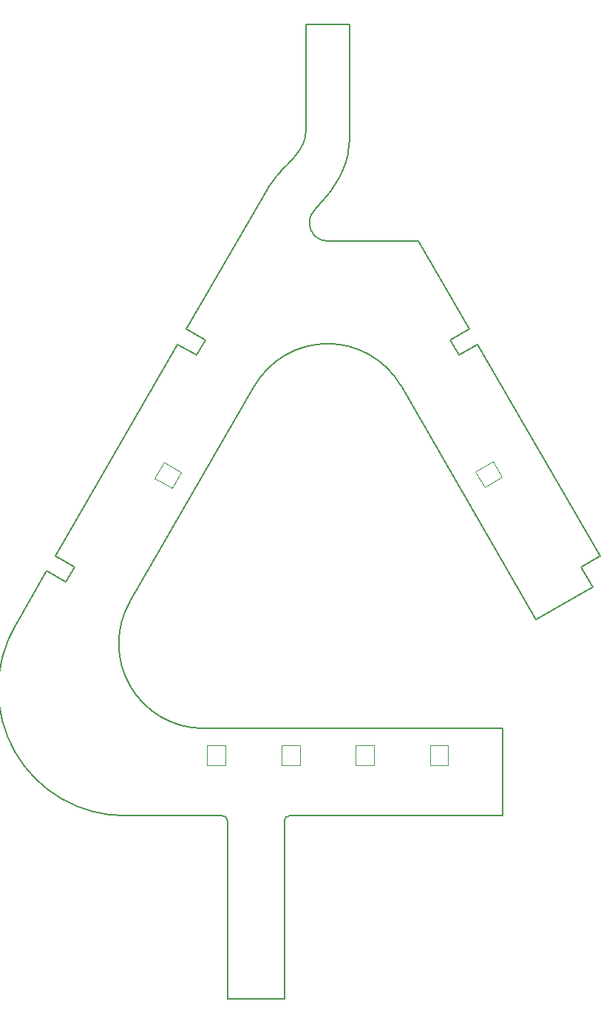
<source format=gko>
G04*
G04 #@! TF.GenerationSoftware,Altium Limited,Altium Designer,19.0.12 (326)*
G04*
G04 Layer_Color=16711935*
%FSLAX44Y44*%
%MOMM*%
G71*
G01*
G75*
%ADD13C,0.1270*%
%ADD14C,0.0500*%
%ADD15C,0.0500*%
D13*
X-243169Y427506D02*
G03*
X-117601Y210003I125572J-72503D01*
G01*
X198813Y702019D02*
G03*
X30804Y702023I-84006J-48498D01*
G01*
X-111533Y455503D02*
G03*
X-27532Y310000I84003J-48502D01*
G01*
X100117Y903997D02*
G03*
X114813Y867997I14697J-15000D01*
G01*
X88952Y986455D02*
G03*
X89816Y993997I-32548J7551D01*
G01*
X100117Y903997D02*
G03*
X118069Y924838I-112752J115276D01*
G01*
X127940Y940646D02*
G03*
X131966Y948976I-104630J55697D01*
G01*
X55905Y941923D02*
G03*
X46385Y928999I62227J-55807D01*
G01*
X86550Y979398D02*
G03*
X88952Y986455I-34722J15755D01*
G01*
X67301Y954122D02*
G03*
X72986Y960189I-226733J218176D01*
G01*
X71033Y210000D02*
G03*
X65000Y203904I31J-6065D01*
G01*
X137728Y966245D02*
G03*
X139816Y983996I-76944J18047D01*
G01*
X131966Y948976D02*
G03*
X135260Y957526I-96690J42161D01*
G01*
X118069Y924838D02*
G03*
X127940Y940646I-111894J80857D01*
G01*
X78280Y966360D02*
G03*
X82897Y972731I-59537J48000D01*
G01*
X135260Y957526D02*
G03*
X137728Y966245I-88650J29809D01*
G01*
X82897Y972731D02*
G03*
X86550Y979398I-42719J27740D01*
G01*
X72986Y960189D02*
G03*
X78280Y966360I-96757J88364D01*
G01*
X61512Y948065D02*
G03*
X55905Y941922I151760J-144153D01*
G01*
X0Y203812D02*
G03*
X-5942Y210000I-6065J123D01*
G01*
X-197046Y507389D02*
X-57044Y749865D01*
X114813Y867997D02*
X218461Y867994D01*
X-27532Y310000D02*
X314799Y309992D01*
X71033Y210000D02*
X314799D01*
X198813Y702019D02*
X353156Y434674D01*
X286664Y749856D02*
X426654Y507374D01*
X-111533Y455503D02*
X30804Y702023D01*
X218461Y867994D02*
X276665Y767177D01*
X353156Y434674D02*
X418158Y472087D01*
X-47044Y767185D02*
X46385Y928999D01*
X-185396Y477568D02*
X-175396Y494889D01*
X-197046Y507389D02*
X-175396Y494889D01*
X-207046Y490069D02*
X-185396Y477568D01*
X89818Y1115996D02*
X139816D01*
X-117601Y210003D02*
X-5942Y210000D01*
X0Y0D02*
X65000D01*
X-243169Y427506D02*
X-207046Y490069D01*
X405003Y494874D02*
X418158Y472087D01*
X405003Y494874D02*
X426654Y507374D01*
X255014Y754678D02*
X276665Y767177D01*
X265013Y737357D02*
X286664Y749856D01*
X-47044Y767185D02*
X-25393Y754685D01*
X-35394Y737365D02*
X-25393Y754685D01*
X-57044Y749865D02*
X-35394Y737365D01*
X65000Y0D02*
Y203904D01*
X0Y0D02*
Y203812D01*
X314799Y210000D02*
Y309992D01*
X139816Y1003996D02*
Y1115996D01*
X89816Y1003997D02*
Y1115997D01*
X255014Y754678D02*
X265013Y737357D01*
X139816Y983996D02*
X139816Y1003996D01*
X61512Y948065D02*
X67301Y954122D01*
X89816Y993997D02*
X89816Y1003997D01*
X71033Y210000D02*
G03*
X65000Y203904I31J-6065D01*
G01*
X0Y203812D02*
G03*
X-5942Y210000I-6065J123D01*
G01*
X-111533Y455503D02*
G03*
X-27532Y310000I84003J-48502D01*
G01*
X198813Y702019D02*
G03*
X30804Y702023I-84006J-48498D01*
G01*
X100117Y903997D02*
G03*
X114813Y867997I14697J-15000D01*
G01*
X100117Y903997D02*
G03*
X118069Y924838I-112752J115276D01*
G01*
X86550Y979398D02*
G03*
X88952Y986455I-34722J15755D01*
G01*
X55905Y941923D02*
G03*
X46385Y928999I62227J-55807D01*
G01*
X127940Y940646D02*
G03*
X131966Y948976I-104630J55697D01*
G01*
X67301Y954122D02*
G03*
X72986Y960189I-226733J218176D01*
G01*
X137728Y966245D02*
G03*
X139816Y983996I-76944J18047D01*
G01*
X135260Y957526D02*
G03*
X137728Y966245I-88650J29809D01*
G01*
X118069Y924838D02*
G03*
X127940Y940646I-111894J80857D01*
G01*
X72986Y960189D02*
G03*
X78280Y966360I-96757J88364D01*
G01*
X131966Y948976D02*
G03*
X135260Y957526I-96690J42161D01*
G01*
X88952Y986455D02*
G03*
X89816Y993997I-32548J7551D01*
G01*
X78280Y966360D02*
G03*
X82897Y972731I-59537J48000D01*
G01*
D02*
G03*
X86550Y979398I-42719J27740D01*
G01*
X61512Y948065D02*
G03*
X55905Y941922I151760J-144153D01*
G01*
X-243169Y427506D02*
G03*
X-117601Y210003I125572J-72503D01*
G01*
X0Y0D02*
Y203812D01*
X65000Y0D02*
Y203904D01*
X0Y0D02*
X65000D01*
X353156Y434674D02*
X418158Y472087D01*
X198813Y702019D02*
X353156Y434674D01*
X405003Y494874D02*
X418158Y472087D01*
X405003Y494874D02*
X426654Y507374D01*
X286664Y749856D02*
X426654Y507374D01*
X218461Y867994D02*
X276665Y767177D01*
X255014Y754678D02*
X276665Y767177D01*
X265013Y737357D02*
X286664Y749856D01*
X255014Y754678D02*
X265013Y737357D01*
X114813Y867997D02*
X218461Y867994D01*
X139816Y983996D02*
X139816Y1003996D01*
X89816Y993997D02*
X89816Y1003997D01*
X61512Y948065D02*
X67301Y954122D01*
X-47044Y767185D02*
X46385Y928999D01*
X-47044Y767185D02*
X-25393Y754685D01*
X-35394Y737365D02*
X-25393Y754685D01*
X-57044Y749865D02*
X-35394Y737365D01*
X-197046Y507389D02*
X-57044Y749865D01*
X-111533Y455503D02*
X30804Y702023D01*
X-27532Y310000D02*
X314799Y309992D01*
X-243169Y427506D02*
X-207046Y490069D01*
X-185396Y477568D02*
X-175396Y494889D01*
X-197046Y507389D02*
X-175396Y494889D01*
X-207046Y490069D02*
X-185396Y477568D01*
X-117601Y210003D02*
X-5942Y210000D01*
X71033Y210000D02*
X314799D01*
Y309992D01*
X139816Y1003996D02*
Y1115996D01*
X89818D02*
X139816D01*
X89816Y1003997D02*
Y1115997D01*
D14*
X-23201Y290999D02*
X-2201D01*
X-23201Y267999D02*
X-2201D01*
X231799Y290993D02*
X252799D01*
X231799Y267993D02*
X252799D01*
X146797Y291000D02*
X167797D01*
X146797Y268001D02*
X167797D01*
X61796Y290997D02*
X82795D01*
X61796Y267997D02*
X82795D01*
X252799Y267993D02*
Y290993D01*
X231799Y267993D02*
Y290993D01*
X167797Y268001D02*
Y291000D01*
X146797Y268001D02*
Y291000D01*
X82795Y267997D02*
Y290997D01*
X61796Y267997D02*
Y290997D01*
X-2201Y267999D02*
Y290999D01*
X-23201Y267999D02*
Y290999D01*
X-2201D01*
Y267999D02*
Y290999D01*
X-23201Y267999D02*
X-2201D01*
X-23201D02*
Y290999D01*
X61796Y290997D02*
X82795D01*
Y267997D02*
Y290997D01*
X61796Y267997D02*
X82795D01*
X61796D02*
Y290997D01*
X146797Y291000D02*
X167797D01*
Y268001D02*
Y291000D01*
X146797Y268001D02*
X167797D01*
X146797D02*
Y291000D01*
X231799Y290993D02*
X252799D01*
Y267993D02*
Y290993D01*
X231799Y267993D02*
X252799D01*
X231799D02*
Y290993D01*
D15*
X284098Y604248D02*
X304030Y615725D01*
X294537Y586119D02*
X314469Y597595D01*
X304030Y615725D02*
X314469Y597595D01*
X284098Y604248D02*
X294537Y586119D01*
X-72785Y614503D02*
X-52853Y603027D01*
X-83224Y596373D02*
X-72785Y614503D01*
X-83224Y596373D02*
X-63292Y584897D01*
X-52853Y603027D01*
X-83224Y596373D02*
X-72785Y614503D01*
X-63292Y584897D02*
X-52853Y603027D01*
X-72785Y614503D02*
X-52853Y603027D01*
X-83224Y596373D02*
X-63292Y584897D01*
X304030Y615725D02*
X314469Y597595D01*
X284098Y604248D02*
X294537Y586119D01*
X284098Y604248D02*
X304030Y615725D01*
X294537Y586119D02*
X314469Y597595D01*
M02*

</source>
